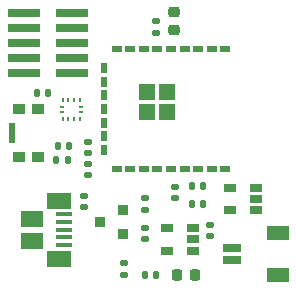
<source format=gtp>
G04 #@! TF.GenerationSoftware,KiCad,Pcbnew,(6.0.11)*
G04 #@! TF.CreationDate,2023-04-24T14:11:09-03:00*
G04 #@! TF.ProjectId,HappyFeet,48617070-7946-4656-9574-2e6b69636164,V0.7*
G04 #@! TF.SameCoordinates,Original*
G04 #@! TF.FileFunction,Paste,Top*
G04 #@! TF.FilePolarity,Positive*
%FSLAX46Y46*%
G04 Gerber Fmt 4.6, Leading zero omitted, Abs format (unit mm)*
G04 Created by KiCad (PCBNEW (6.0.11)) date 2023-04-24 14:11:09*
%MOMM*%
%LPD*%
G01*
G04 APERTURE LIST*
G04 Aperture macros list*
%AMRoundRect*
0 Rectangle with rounded corners*
0 $1 Rounding radius*
0 $2 $3 $4 $5 $6 $7 $8 $9 X,Y pos of 4 corners*
0 Add a 4 corners polygon primitive as box body*
4,1,4,$2,$3,$4,$5,$6,$7,$8,$9,$2,$3,0*
0 Add four circle primitives for the rounded corners*
1,1,$1+$1,$2,$3*
1,1,$1+$1,$4,$5*
1,1,$1+$1,$6,$7*
1,1,$1+$1,$8,$9*
0 Add four rect primitives between the rounded corners*
20,1,$1+$1,$2,$3,$4,$5,0*
20,1,$1+$1,$4,$5,$6,$7,0*
20,1,$1+$1,$6,$7,$8,$9,0*
20,1,$1+$1,$8,$9,$2,$3,0*%
G04 Aperture macros list end*
%ADD10RoundRect,0.147500X0.147500X0.172500X-0.147500X0.172500X-0.147500X-0.172500X0.147500X-0.172500X0*%
%ADD11RoundRect,0.147500X-0.147500X-0.172500X0.147500X-0.172500X0.147500X0.172500X-0.147500X0.172500X0*%
%ADD12RoundRect,0.147500X-0.172500X0.147500X-0.172500X-0.147500X0.172500X-0.147500X0.172500X0.147500X0*%
%ADD13RoundRect,0.147500X0.172500X-0.147500X0.172500X0.147500X-0.172500X0.147500X-0.172500X-0.147500X0*%
%ADD14R,1.549400X0.660400*%
%ADD15R,1.905000X1.295400*%
%ADD16R,0.990600X0.889000*%
%ADD17R,0.558800X1.701800*%
%ADD18R,1.060000X0.650000*%
%ADD19RoundRect,0.218750X0.256250X-0.218750X0.256250X0.218750X-0.256250X0.218750X-0.256250X-0.218750X0*%
%ADD20RoundRect,0.218750X0.218750X0.256250X-0.218750X0.256250X-0.218750X-0.256250X0.218750X-0.256250X0*%
%ADD21R,0.279400X0.304800*%
%ADD22R,0.304800X0.279400*%
%ADD23R,1.383000X1.383000*%
%ADD24R,0.889000X0.609600*%
%ADD25R,0.609600X0.889000*%
%ADD26R,0.889000X0.812800*%
%ADD27R,1.371600X0.457200*%
%ADD28R,2.108200X1.473200*%
%ADD29R,1.905000X1.371600*%
%ADD30R,2.790000X0.740000*%
G04 APERTURE END LIST*
D10*
G04 #@! TO.C,C3*
X103855000Y-78070000D03*
X102885000Y-78070000D03*
G04 #@! TD*
D11*
G04 #@! TO.C,C15*
X104635000Y-82620000D03*
X105605000Y-82620000D03*
G04 #@! TD*
D12*
G04 #@! TO.C,C18*
X112000000Y-89515000D03*
X112000000Y-90485000D03*
G04 #@! TD*
D13*
G04 #@! TO.C,C19*
X112000000Y-87985000D03*
X112000000Y-87015000D03*
G04 #@! TD*
D11*
G04 #@! TO.C,C22*
X116015000Y-86000000D03*
X116985000Y-86000000D03*
G04 #@! TD*
G04 #@! TO.C,C26*
X116015000Y-87500000D03*
X116985000Y-87500000D03*
G04 #@! TD*
D14*
G04 #@! TO.C,J3*
X119401500Y-92249999D03*
X119401500Y-91250001D03*
D15*
X123276501Y-89950001D03*
X123276501Y-93549999D03*
G04 #@! TD*
D13*
G04 #@! TO.C,R1*
X113000000Y-72985000D03*
X113000000Y-72015000D03*
G04 #@! TD*
D10*
G04 #@! TO.C,R3*
X105485000Y-83750000D03*
X104515000Y-83750000D03*
G04 #@! TD*
D16*
G04 #@! TO.C,SW1*
X102980001Y-79450002D03*
X101379999Y-79450002D03*
X102980001Y-83549998D03*
X101379999Y-83549998D03*
D17*
X100754999Y-81500000D03*
G04 #@! TD*
D18*
G04 #@! TO.C,U4*
X116100000Y-91450000D03*
X116100000Y-90500000D03*
X116100000Y-89550000D03*
X113900000Y-89550000D03*
X113900000Y-91450000D03*
G04 #@! TD*
D12*
G04 #@! TO.C,C24*
X114610000Y-86045000D03*
X114610000Y-87015000D03*
G04 #@! TD*
D19*
G04 #@! TO.C,D1*
X114500000Y-72787500D03*
X114500000Y-71212500D03*
G04 #@! TD*
D20*
G04 #@! TO.C,D3*
X116287500Y-93500000D03*
X114712500Y-93500000D03*
G04 #@! TD*
D13*
G04 #@! TO.C,R7*
X110250000Y-93485000D03*
X110250000Y-92515000D03*
G04 #@! TD*
D11*
G04 #@! TO.C,R6*
X112015000Y-93500000D03*
X112985000Y-93500000D03*
G04 #@! TD*
D18*
G04 #@! TO.C,U5*
X121400000Y-88050000D03*
X121400000Y-87100000D03*
X121400000Y-86150000D03*
X119200000Y-86150000D03*
X119200000Y-88050000D03*
G04 #@! TD*
D21*
G04 #@! TO.C,U2*
X105049999Y-80325500D03*
X105550000Y-80325500D03*
X106050000Y-80325500D03*
X106550001Y-80325500D03*
D22*
X106625500Y-79750000D03*
X106625500Y-79250000D03*
D21*
X106550001Y-78674500D03*
X106050000Y-78674500D03*
X105550000Y-78674500D03*
X105049999Y-78674500D03*
D22*
X104974500Y-79250000D03*
X104974500Y-79750000D03*
G04 #@! TD*
D13*
G04 #@! TO.C,C23*
X117500000Y-90235000D03*
X117500000Y-89265000D03*
G04 #@! TD*
D23*
G04 #@! TO.C,U1*
X113910022Y-79730000D03*
X113906212Y-78029900D03*
X112204412Y-79731700D03*
X112191712Y-78030000D03*
D24*
X118835118Y-74415000D03*
X117685117Y-74415000D03*
X116535117Y-74415000D03*
X115385117Y-74415000D03*
X114235117Y-74415000D03*
X113085116Y-74415000D03*
X111935116Y-74415000D03*
X110785116Y-74415000D03*
X109635116Y-74415000D03*
D25*
X108535512Y-76015009D03*
X108535512Y-77165010D03*
X108535512Y-78315010D03*
X108535512Y-79465010D03*
X108535512Y-80615010D03*
X108535512Y-81765011D03*
X108535512Y-82915011D03*
D24*
X109635116Y-84515000D03*
X110785116Y-84515000D03*
X111935116Y-84515000D03*
X113085116Y-84515000D03*
X114235117Y-84515000D03*
X115385117Y-84515000D03*
X116535117Y-84515000D03*
X117685117Y-84515000D03*
X118835118Y-84515000D03*
G04 #@! TD*
D13*
G04 #@! TO.C,R4*
X107200000Y-85085000D03*
X107200000Y-84115000D03*
G04 #@! TD*
G04 #@! TO.C,R8*
X107200000Y-83185000D03*
X107200000Y-82215000D03*
G04 #@! TD*
G04 #@! TO.C,R5*
X106900000Y-87755000D03*
X106900000Y-86785000D03*
G04 #@! TD*
D26*
G04 #@! TO.C,Z1*
X110154999Y-90064999D03*
X110154999Y-88015001D03*
X108265000Y-89040000D03*
G04 #@! TD*
D27*
G04 #@! TO.C,J1*
X105136394Y-90970000D03*
X105136394Y-90319999D03*
X105136394Y-89670000D03*
X105136394Y-89020001D03*
X105136394Y-88370000D03*
D28*
X104768100Y-87207501D03*
X104768100Y-92132499D03*
D29*
X102472300Y-88732500D03*
X102472300Y-90607500D03*
G04 #@! TD*
D30*
G04 #@! TO.C,J2*
X101750000Y-71364000D03*
X105820000Y-71364000D03*
X101750000Y-72634000D03*
X105820000Y-72634000D03*
X101750000Y-73904000D03*
X105820000Y-73904000D03*
X101750000Y-75174000D03*
X105820000Y-75174000D03*
X101750000Y-76444000D03*
X105820000Y-76444000D03*
G04 #@! TD*
M02*

</source>
